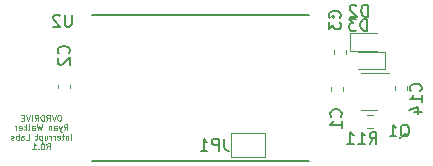
<source format=gbr>
%TF.GenerationSoftware,KiCad,Pcbnew,(6.0.8)*%
%TF.CreationDate,2022-10-18T11:45:22-07:00*%
%TF.ProjectId,ovrdrive,6f767264-7269-4766-952e-6b696361645f,rev?*%
%TF.SameCoordinates,Original*%
%TF.FileFunction,Legend,Bot*%
%TF.FilePolarity,Positive*%
%FSLAX46Y46*%
G04 Gerber Fmt 4.6, Leading zero omitted, Abs format (unit mm)*
G04 Created by KiCad (PCBNEW (6.0.8)) date 2022-10-18 11:45:22*
%MOMM*%
%LPD*%
G01*
G04 APERTURE LIST*
%ADD10C,0.125000*%
%ADD11C,0.150000*%
%ADD12C,0.120000*%
%ADD13C,0.200000*%
%ADD14C,0.127000*%
G04 APERTURE END LIST*
D10*
X113521428Y-106468690D02*
X113426190Y-106468690D01*
X113378571Y-106492500D01*
X113330952Y-106540119D01*
X113307142Y-106635357D01*
X113307142Y-106802023D01*
X113330952Y-106897261D01*
X113378571Y-106944880D01*
X113426190Y-106968690D01*
X113521428Y-106968690D01*
X113569047Y-106944880D01*
X113616666Y-106897261D01*
X113640476Y-106802023D01*
X113640476Y-106635357D01*
X113616666Y-106540119D01*
X113569047Y-106492500D01*
X113521428Y-106468690D01*
X113164285Y-106468690D02*
X112997619Y-106968690D01*
X112830952Y-106468690D01*
X112378571Y-106968690D02*
X112545238Y-106730595D01*
X112664285Y-106968690D02*
X112664285Y-106468690D01*
X112473809Y-106468690D01*
X112426190Y-106492500D01*
X112402380Y-106516309D01*
X112378571Y-106563928D01*
X112378571Y-106635357D01*
X112402380Y-106682976D01*
X112426190Y-106706785D01*
X112473809Y-106730595D01*
X112664285Y-106730595D01*
X112164285Y-106968690D02*
X112164285Y-106468690D01*
X112045238Y-106468690D01*
X111973809Y-106492500D01*
X111926190Y-106540119D01*
X111902380Y-106587738D01*
X111878571Y-106682976D01*
X111878571Y-106754404D01*
X111902380Y-106849642D01*
X111926190Y-106897261D01*
X111973809Y-106944880D01*
X112045238Y-106968690D01*
X112164285Y-106968690D01*
X111378571Y-106968690D02*
X111545238Y-106730595D01*
X111664285Y-106968690D02*
X111664285Y-106468690D01*
X111473809Y-106468690D01*
X111426190Y-106492500D01*
X111402380Y-106516309D01*
X111378571Y-106563928D01*
X111378571Y-106635357D01*
X111402380Y-106682976D01*
X111426190Y-106706785D01*
X111473809Y-106730595D01*
X111664285Y-106730595D01*
X111164285Y-106968690D02*
X111164285Y-106468690D01*
X110997619Y-106468690D02*
X110830952Y-106968690D01*
X110664285Y-106468690D01*
X110497619Y-106706785D02*
X110330952Y-106706785D01*
X110259523Y-106968690D02*
X110497619Y-106968690D01*
X110497619Y-106468690D01*
X110259523Y-106468690D01*
X113842857Y-107773690D02*
X114009523Y-107535595D01*
X114128571Y-107773690D02*
X114128571Y-107273690D01*
X113938095Y-107273690D01*
X113890476Y-107297500D01*
X113866666Y-107321309D01*
X113842857Y-107368928D01*
X113842857Y-107440357D01*
X113866666Y-107487976D01*
X113890476Y-107511785D01*
X113938095Y-107535595D01*
X114128571Y-107535595D01*
X113676190Y-107440357D02*
X113557142Y-107773690D01*
X113438095Y-107440357D02*
X113557142Y-107773690D01*
X113604761Y-107892738D01*
X113628571Y-107916547D01*
X113676190Y-107940357D01*
X113033333Y-107773690D02*
X113033333Y-107511785D01*
X113057142Y-107464166D01*
X113104761Y-107440357D01*
X113200000Y-107440357D01*
X113247619Y-107464166D01*
X113033333Y-107749880D02*
X113080952Y-107773690D01*
X113200000Y-107773690D01*
X113247619Y-107749880D01*
X113271428Y-107702261D01*
X113271428Y-107654642D01*
X113247619Y-107607023D01*
X113200000Y-107583214D01*
X113080952Y-107583214D01*
X113033333Y-107559404D01*
X112795238Y-107440357D02*
X112795238Y-107773690D01*
X112795238Y-107487976D02*
X112771428Y-107464166D01*
X112723809Y-107440357D01*
X112652380Y-107440357D01*
X112604761Y-107464166D01*
X112580952Y-107511785D01*
X112580952Y-107773690D01*
X112009523Y-107273690D02*
X111890476Y-107773690D01*
X111795238Y-107416547D01*
X111700000Y-107773690D01*
X111580952Y-107273690D01*
X111176190Y-107773690D02*
X111176190Y-107511785D01*
X111200000Y-107464166D01*
X111247619Y-107440357D01*
X111342857Y-107440357D01*
X111390476Y-107464166D01*
X111176190Y-107749880D02*
X111223809Y-107773690D01*
X111342857Y-107773690D01*
X111390476Y-107749880D01*
X111414285Y-107702261D01*
X111414285Y-107654642D01*
X111390476Y-107607023D01*
X111342857Y-107583214D01*
X111223809Y-107583214D01*
X111176190Y-107559404D01*
X110866666Y-107773690D02*
X110914285Y-107749880D01*
X110938095Y-107702261D01*
X110938095Y-107273690D01*
X110676190Y-107773690D02*
X110676190Y-107273690D01*
X110628571Y-107583214D02*
X110485714Y-107773690D01*
X110485714Y-107440357D02*
X110676190Y-107630833D01*
X110080952Y-107749880D02*
X110128571Y-107773690D01*
X110223809Y-107773690D01*
X110271428Y-107749880D01*
X110295238Y-107702261D01*
X110295238Y-107511785D01*
X110271428Y-107464166D01*
X110223809Y-107440357D01*
X110128571Y-107440357D01*
X110080952Y-107464166D01*
X110057142Y-107511785D01*
X110057142Y-107559404D01*
X110295238Y-107607023D01*
X109842857Y-107773690D02*
X109842857Y-107440357D01*
X109842857Y-107535595D02*
X109819047Y-107487976D01*
X109795238Y-107464166D01*
X109747619Y-107440357D01*
X109700000Y-107440357D01*
X114485714Y-108578690D02*
X114485714Y-108078690D01*
X114247619Y-108245357D02*
X114247619Y-108578690D01*
X114247619Y-108292976D02*
X114223809Y-108269166D01*
X114176190Y-108245357D01*
X114104761Y-108245357D01*
X114057142Y-108269166D01*
X114033333Y-108316785D01*
X114033333Y-108578690D01*
X113866666Y-108245357D02*
X113676190Y-108245357D01*
X113795238Y-108078690D02*
X113795238Y-108507261D01*
X113771428Y-108554880D01*
X113723809Y-108578690D01*
X113676190Y-108578690D01*
X113319047Y-108554880D02*
X113366666Y-108578690D01*
X113461904Y-108578690D01*
X113509523Y-108554880D01*
X113533333Y-108507261D01*
X113533333Y-108316785D01*
X113509523Y-108269166D01*
X113461904Y-108245357D01*
X113366666Y-108245357D01*
X113319047Y-108269166D01*
X113295238Y-108316785D01*
X113295238Y-108364404D01*
X113533333Y-108412023D01*
X113080952Y-108578690D02*
X113080952Y-108245357D01*
X113080952Y-108340595D02*
X113057142Y-108292976D01*
X113033333Y-108269166D01*
X112985714Y-108245357D01*
X112938095Y-108245357D01*
X112771428Y-108578690D02*
X112771428Y-108245357D01*
X112771428Y-108340595D02*
X112747619Y-108292976D01*
X112723809Y-108269166D01*
X112676190Y-108245357D01*
X112628571Y-108245357D01*
X112247619Y-108245357D02*
X112247619Y-108578690D01*
X112461904Y-108245357D02*
X112461904Y-108507261D01*
X112438095Y-108554880D01*
X112390476Y-108578690D01*
X112319047Y-108578690D01*
X112271428Y-108554880D01*
X112247619Y-108531071D01*
X112009523Y-108245357D02*
X112009523Y-108745357D01*
X112009523Y-108269166D02*
X111961904Y-108245357D01*
X111866666Y-108245357D01*
X111819047Y-108269166D01*
X111795238Y-108292976D01*
X111771428Y-108340595D01*
X111771428Y-108483452D01*
X111795238Y-108531071D01*
X111819047Y-108554880D01*
X111866666Y-108578690D01*
X111961904Y-108578690D01*
X112009523Y-108554880D01*
X111628571Y-108245357D02*
X111438095Y-108245357D01*
X111557142Y-108078690D02*
X111557142Y-108507261D01*
X111533333Y-108554880D01*
X111485714Y-108578690D01*
X111438095Y-108578690D01*
X110652380Y-108578690D02*
X110890476Y-108578690D01*
X110890476Y-108078690D01*
X110271428Y-108578690D02*
X110271428Y-108316785D01*
X110295238Y-108269166D01*
X110342857Y-108245357D01*
X110438095Y-108245357D01*
X110485714Y-108269166D01*
X110271428Y-108554880D02*
X110319047Y-108578690D01*
X110438095Y-108578690D01*
X110485714Y-108554880D01*
X110509523Y-108507261D01*
X110509523Y-108459642D01*
X110485714Y-108412023D01*
X110438095Y-108388214D01*
X110319047Y-108388214D01*
X110271428Y-108364404D01*
X110033333Y-108578690D02*
X110033333Y-108078690D01*
X110033333Y-108269166D02*
X109985714Y-108245357D01*
X109890476Y-108245357D01*
X109842857Y-108269166D01*
X109819047Y-108292976D01*
X109795238Y-108340595D01*
X109795238Y-108483452D01*
X109819047Y-108531071D01*
X109842857Y-108554880D01*
X109890476Y-108578690D01*
X109985714Y-108578690D01*
X110033333Y-108554880D01*
X109604761Y-108554880D02*
X109557142Y-108578690D01*
X109461904Y-108578690D01*
X109414285Y-108554880D01*
X109390476Y-108507261D01*
X109390476Y-108483452D01*
X109414285Y-108435833D01*
X109461904Y-108412023D01*
X109533333Y-108412023D01*
X109580952Y-108388214D01*
X109604761Y-108340595D01*
X109604761Y-108316785D01*
X109580952Y-108269166D01*
X109533333Y-108245357D01*
X109461904Y-108245357D01*
X109414285Y-108269166D01*
X112390476Y-109383690D02*
X112557142Y-109145595D01*
X112676190Y-109383690D02*
X112676190Y-108883690D01*
X112485714Y-108883690D01*
X112438095Y-108907500D01*
X112414285Y-108931309D01*
X112390476Y-108978928D01*
X112390476Y-109050357D01*
X112414285Y-109097976D01*
X112438095Y-109121785D01*
X112485714Y-109145595D01*
X112676190Y-109145595D01*
X112080952Y-108883690D02*
X112033333Y-108883690D01*
X111985714Y-108907500D01*
X111961904Y-108931309D01*
X111938095Y-108978928D01*
X111914285Y-109074166D01*
X111914285Y-109193214D01*
X111938095Y-109288452D01*
X111961904Y-109336071D01*
X111985714Y-109359880D01*
X112033333Y-109383690D01*
X112080952Y-109383690D01*
X112128571Y-109359880D01*
X112152380Y-109336071D01*
X112176190Y-109288452D01*
X112200000Y-109193214D01*
X112200000Y-109074166D01*
X112176190Y-108978928D01*
X112152380Y-108931309D01*
X112128571Y-108907500D01*
X112080952Y-108883690D01*
X111700000Y-109336071D02*
X111676190Y-109359880D01*
X111700000Y-109383690D01*
X111723809Y-109359880D01*
X111700000Y-109336071D01*
X111700000Y-109383690D01*
X111200000Y-109383690D02*
X111485714Y-109383690D01*
X111342857Y-109383690D02*
X111342857Y-108883690D01*
X111390476Y-108955119D01*
X111438095Y-109002738D01*
X111485714Y-109026547D01*
D11*
%TO.C,D2*%
X139588095Y-98152380D02*
X139588095Y-97152380D01*
X139350000Y-97152380D01*
X139207142Y-97200000D01*
X139111904Y-97295238D01*
X139064285Y-97390476D01*
X139016666Y-97580952D01*
X139016666Y-97723809D01*
X139064285Y-97914285D01*
X139111904Y-98009523D01*
X139207142Y-98104761D01*
X139350000Y-98152380D01*
X139588095Y-98152380D01*
X138635714Y-97247619D02*
X138588095Y-97200000D01*
X138492857Y-97152380D01*
X138254761Y-97152380D01*
X138159523Y-97200000D01*
X138111904Y-97247619D01*
X138064285Y-97342857D01*
X138064285Y-97438095D01*
X138111904Y-97580952D01*
X138683333Y-98152380D01*
X138064285Y-98152380D01*
%TO.C,Q1*%
X142345238Y-108397619D02*
X142440476Y-108350000D01*
X142535714Y-108254761D01*
X142678571Y-108111904D01*
X142773809Y-108064285D01*
X142869047Y-108064285D01*
X142821428Y-108302380D02*
X142916666Y-108254761D01*
X143011904Y-108159523D01*
X143059523Y-107969047D01*
X143059523Y-107635714D01*
X143011904Y-107445238D01*
X142916666Y-107350000D01*
X142821428Y-107302380D01*
X142630952Y-107302380D01*
X142535714Y-107350000D01*
X142440476Y-107445238D01*
X142392857Y-107635714D01*
X142392857Y-107969047D01*
X142440476Y-108159523D01*
X142535714Y-108254761D01*
X142630952Y-108302380D01*
X142821428Y-108302380D01*
X141440476Y-108302380D02*
X142011904Y-108302380D01*
X141726190Y-108302380D02*
X141726190Y-107302380D01*
X141821428Y-107445238D01*
X141916666Y-107540476D01*
X142011904Y-107588095D01*
%TO.C,C2*%
X114257142Y-101283333D02*
X114304761Y-101235714D01*
X114352380Y-101092857D01*
X114352380Y-100997619D01*
X114304761Y-100854761D01*
X114209523Y-100759523D01*
X114114285Y-100711904D01*
X113923809Y-100664285D01*
X113780952Y-100664285D01*
X113590476Y-100711904D01*
X113495238Y-100759523D01*
X113400000Y-100854761D01*
X113352380Y-100997619D01*
X113352380Y-101092857D01*
X113400000Y-101235714D01*
X113447619Y-101283333D01*
X113447619Y-101664285D02*
X113400000Y-101711904D01*
X113352380Y-101807142D01*
X113352380Y-102045238D01*
X113400000Y-102140476D01*
X113447619Y-102188095D01*
X113542857Y-102235714D01*
X113638095Y-102235714D01*
X113780952Y-102188095D01*
X114352380Y-101616666D01*
X114352380Y-102235714D01*
%TO.C,JP1*%
X127433333Y-108502380D02*
X127433333Y-109216666D01*
X127480952Y-109359523D01*
X127576190Y-109454761D01*
X127719047Y-109502380D01*
X127814285Y-109502380D01*
X126957142Y-109502380D02*
X126957142Y-108502380D01*
X126576190Y-108502380D01*
X126480952Y-108550000D01*
X126433333Y-108597619D01*
X126385714Y-108692857D01*
X126385714Y-108835714D01*
X126433333Y-108930952D01*
X126480952Y-108978571D01*
X126576190Y-109026190D01*
X126957142Y-109026190D01*
X125433333Y-109502380D02*
X126004761Y-109502380D01*
X125719047Y-109502380D02*
X125719047Y-108502380D01*
X125814285Y-108645238D01*
X125909523Y-108740476D01*
X126004761Y-108788095D01*
%TO.C,C1*%
X137307142Y-106633333D02*
X137354761Y-106585714D01*
X137402380Y-106442857D01*
X137402380Y-106347619D01*
X137354761Y-106204761D01*
X137259523Y-106109523D01*
X137164285Y-106061904D01*
X136973809Y-106014285D01*
X136830952Y-106014285D01*
X136640476Y-106061904D01*
X136545238Y-106109523D01*
X136450000Y-106204761D01*
X136402380Y-106347619D01*
X136402380Y-106442857D01*
X136450000Y-106585714D01*
X136497619Y-106633333D01*
X137402380Y-107585714D02*
X137402380Y-107014285D01*
X137402380Y-107300000D02*
X136402380Y-107300000D01*
X136545238Y-107204761D01*
X136640476Y-107109523D01*
X136688095Y-107014285D01*
%TO.C,R11*%
X139742857Y-108932380D02*
X140076190Y-108456190D01*
X140314285Y-108932380D02*
X140314285Y-107932380D01*
X139933333Y-107932380D01*
X139838095Y-107980000D01*
X139790476Y-108027619D01*
X139742857Y-108122857D01*
X139742857Y-108265714D01*
X139790476Y-108360952D01*
X139838095Y-108408571D01*
X139933333Y-108456190D01*
X140314285Y-108456190D01*
X138790476Y-108932380D02*
X139361904Y-108932380D01*
X139076190Y-108932380D02*
X139076190Y-107932380D01*
X139171428Y-108075238D01*
X139266666Y-108170476D01*
X139361904Y-108218095D01*
X137838095Y-108932380D02*
X138409523Y-108932380D01*
X138123809Y-108932380D02*
X138123809Y-107932380D01*
X138219047Y-108075238D01*
X138314285Y-108170476D01*
X138409523Y-108218095D01*
%TO.C,C3*%
X137207142Y-98283333D02*
X137254761Y-98235714D01*
X137302380Y-98092857D01*
X137302380Y-97997619D01*
X137254761Y-97854761D01*
X137159523Y-97759523D01*
X137064285Y-97711904D01*
X136873809Y-97664285D01*
X136730952Y-97664285D01*
X136540476Y-97711904D01*
X136445238Y-97759523D01*
X136350000Y-97854761D01*
X136302380Y-97997619D01*
X136302380Y-98092857D01*
X136350000Y-98235714D01*
X136397619Y-98283333D01*
X136302380Y-98616666D02*
X136302380Y-99235714D01*
X136683333Y-98902380D01*
X136683333Y-99045238D01*
X136730952Y-99140476D01*
X136778571Y-99188095D01*
X136873809Y-99235714D01*
X137111904Y-99235714D01*
X137207142Y-99188095D01*
X137254761Y-99140476D01*
X137302380Y-99045238D01*
X137302380Y-98759523D01*
X137254761Y-98664285D01*
X137207142Y-98616666D01*
%TO.C,U2*%
X114511904Y-98002380D02*
X114511904Y-98811904D01*
X114464285Y-98907142D01*
X114416666Y-98954761D01*
X114321428Y-99002380D01*
X114130952Y-99002380D01*
X114035714Y-98954761D01*
X113988095Y-98907142D01*
X113940476Y-98811904D01*
X113940476Y-98002380D01*
X113511904Y-98097619D02*
X113464285Y-98050000D01*
X113369047Y-98002380D01*
X113130952Y-98002380D01*
X113035714Y-98050000D01*
X112988095Y-98097619D01*
X112940476Y-98192857D01*
X112940476Y-98288095D01*
X112988095Y-98430952D01*
X113559523Y-99002380D01*
X112940476Y-99002380D01*
%TO.C,C14*%
X144057142Y-104457142D02*
X144104761Y-104409523D01*
X144152380Y-104266666D01*
X144152380Y-104171428D01*
X144104761Y-104028571D01*
X144009523Y-103933333D01*
X143914285Y-103885714D01*
X143723809Y-103838095D01*
X143580952Y-103838095D01*
X143390476Y-103885714D01*
X143295238Y-103933333D01*
X143200000Y-104028571D01*
X143152380Y-104171428D01*
X143152380Y-104266666D01*
X143200000Y-104409523D01*
X143247619Y-104457142D01*
X144152380Y-105409523D02*
X144152380Y-104838095D01*
X144152380Y-105123809D02*
X143152380Y-105123809D01*
X143295238Y-105028571D01*
X143390476Y-104933333D01*
X143438095Y-104838095D01*
X143485714Y-106266666D02*
X144152380Y-106266666D01*
X143104761Y-106028571D02*
X143819047Y-105790476D01*
X143819047Y-106409523D01*
%TO.C,D3*%
X139538095Y-99352380D02*
X139538095Y-98352380D01*
X139300000Y-98352380D01*
X139157142Y-98400000D01*
X139061904Y-98495238D01*
X139014285Y-98590476D01*
X138966666Y-98780952D01*
X138966666Y-98923809D01*
X139014285Y-99114285D01*
X139061904Y-99209523D01*
X139157142Y-99304761D01*
X139300000Y-99352380D01*
X139538095Y-99352380D01*
X138633333Y-98352380D02*
X138014285Y-98352380D01*
X138347619Y-98733333D01*
X138204761Y-98733333D01*
X138109523Y-98780952D01*
X138061904Y-98828571D01*
X138014285Y-98923809D01*
X138014285Y-99161904D01*
X138061904Y-99257142D01*
X138109523Y-99304761D01*
X138204761Y-99352380D01*
X138490476Y-99352380D01*
X138585714Y-99304761D01*
X138633333Y-99257142D01*
D12*
%TO.C,D2*%
X140400000Y-101035000D02*
X138115000Y-101035000D01*
X138115000Y-99565000D02*
X140400000Y-99565000D01*
X138115000Y-101035000D02*
X138115000Y-99565000D01*
%TO.C,Q1*%
X139700000Y-102940000D02*
X139050000Y-102940000D01*
X139700000Y-106060000D02*
X139050000Y-106060000D01*
X139700000Y-102940000D02*
X141375000Y-102940000D01*
X139700000Y-106060000D02*
X140350000Y-106060000D01*
%TO.C,C2*%
X113390000Y-103909420D02*
X113390000Y-104190580D01*
X114410000Y-103909420D02*
X114410000Y-104190580D01*
%TO.C,JP1*%
X130850000Y-108050000D02*
X128050000Y-108050000D01*
X128050000Y-110050000D02*
X130850000Y-110050000D01*
X130850000Y-110050000D02*
X130850000Y-108050000D01*
X128050000Y-108050000D02*
X128050000Y-110050000D01*
%TO.C,C1*%
X136440000Y-104159420D02*
X136440000Y-104440580D01*
X137460000Y-104159420D02*
X137460000Y-104440580D01*
%TO.C,R11*%
X139562742Y-106527500D02*
X140037258Y-106527500D01*
X139562742Y-107572500D02*
X140037258Y-107572500D01*
%TO.C,C3*%
X137760000Y-101009420D02*
X137760000Y-101290580D01*
X136740000Y-101009420D02*
X136740000Y-101290580D01*
D13*
%TO.C,U2*%
X136787500Y-98170000D02*
G75*
G03*
X136787500Y-98170000I-100000J0D01*
G01*
D14*
X134647500Y-97990000D02*
X116247500Y-97990000D01*
X134647500Y-110410000D02*
X116247500Y-110410000D01*
D12*
%TO.C,C14*%
X142910000Y-104059420D02*
X142910000Y-104340580D01*
X141890000Y-104059420D02*
X141890000Y-104340580D01*
%TO.C,D3*%
X138800000Y-101165000D02*
X141085000Y-101165000D01*
X141085000Y-102635000D02*
X138800000Y-102635000D01*
X141085000Y-101165000D02*
X141085000Y-102635000D01*
%TD*%
M02*

</source>
